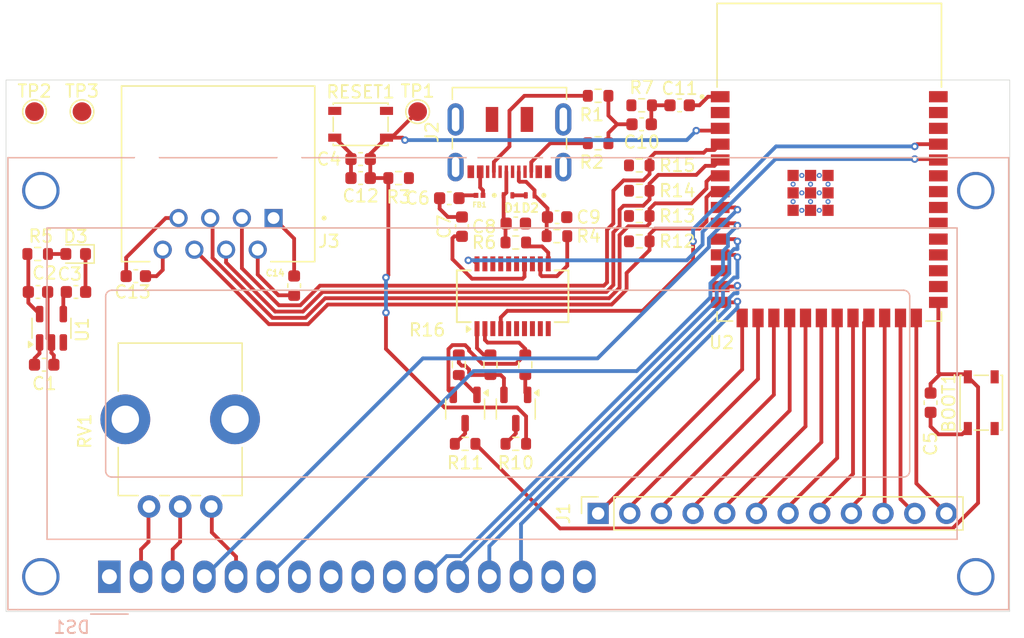
<source format=kicad_pcb>
(kicad_pcb (version 20240108) (generator "pcbnew") (generator_version "8.0")
  (layers (0 "F.Cu" signal) (1 "In1.Cu" signal) (2 "In2.Cu" signal) (31 "B.Cu" signal) (34 "B.Paste" user) (35 "F.Paste" user) (36 "B.SilkS" user "B.Silkscreen") (37 "F.SilkS" user "F.Silkscreen") (38 "B.Mask" user) (39 "F.Mask" user) (44 "Edge.Cuts" user))
  (net 0 "")
  (net 1 "GND")
  (net 2 "+5V")
  (net 3 "+3.3V")
  (net 4 "Net-(U1-BP)")
  (net 5 "/CHIP_PU")
  (net 6 "/GPIO_0")
  (net 7 "Net-(U4-3V3OUT)")
  (net 8 "/USB_P")
  (net 9 "/USB_N")
  (net 10 "Net-(D3-A)")
  (net 11 "Net-(DS1-VO)")
  (net 12 "LCD_E")
  (net 13 "LCD_D6")
  (net 15 "LCD_RS")
  (net 17 "LCD_D7")
  (net 19 "Net-(FB1-Pad2)")
  (net 21 "LCD_D4")
  (net 22 "LCD_D5")
  (net 23 "ESP_3V3")
  (net 24 "/FTDI_UART_RX")
  (net 25 "Net-(J2-CC2)")
  (net 26 "Net-(J2-CC1)")
  (net 27 "Net-(Q1-Pad1)")
  (net 28 "Net-(Q2-Pad1)")
  (net 29 "Net-(Q1-Pad3)")
  (net 30 "Net-(Q2-Pad3)")
  (net 31 "DHT11_3_data")
  (net 32 "IO46")
  (net 33 "IO47")
  (net 34 "DHT11_2_data")
  (net 35 "IO9")
  (net 36 "IO48")
  (net 38 "IO12")
  (net 39 "IO10")
  (net 40 "DHT11_1_data")
  (net 41 "IO14")
  (net 42 "DHT11_4_data")
  (net 43 "IO3")
  (net 44 "/FDTI_UART_TX")
  (net 45 "/FTDI_RTS")
  (net 49 "/FTDI_DTR")
  (net 54 "Net-(U4-USBDP)")
  (net 55 "Net-(U4-USBDM)")
  (net 57 "IO8")
  (net 58 "IO11")
  (net 59 "IO13")
  (net 60 "IO21")
  (net 67 "Net-(Q1-Pad2)")
  (net 73 "IO45")
  (footprint "Resistor_SMD:R_0603_1608Metric" (layer "F.Cu") (at 20.574 38.1)
    (property "Reference" "R5")
    (property "Value" "1k")
  )
  (footprint "Resistor_SMD:R_0603_1608Metric" (layer "F.Cu") (at 56.896 46.99 -90)
    (property "Reference" "R16")
    (property "Value" "0")
  )
  (footprint "Capacitor_SMD:C_0603_1608Metric" (layer "F.Cu") (at 92.202 50.038 -90)
    (property "Reference" "C5")
    (property "Value" "0.1uF")
  )
  (footprint "Capacitor_SMD:C_0603_1608Metric" (layer "F.Cu") (at 41.148 40.64 -90)
    (property "Reference" "C14")
    (property "Value" "10uF")
  )
  (footprint "Button_Switch_SMD:SW_SPST_PTS810" (layer "F.Cu") (at 46.482 27.686)
    (property "Reference" "RESET1")
    (property "Value" "~")
  )
  (footprint "LED_SMD:LED_0603_1608Metric" (layer "F.Cu") (at 23.622 38.1 180)
    (property "Reference" "D3")
    (property "Value" "LED")
  )
  (footprint "Capacitor_SMD:C_0603_1608Metric" (layer "F.Cu") (at 58.928 35.651)
    (property "Reference" "C8")
    (property "Value" "47pF")
  )
  (footprint "Capacitor_SMD:C_0603_1608Metric" (layer "F.Cu") (at 23.6475 41.148)
    (property "Reference" "C3")
    (property "Value" "10uF")
  )
  (footprint "ESD321DPYR:TVS_ESD321DPYR" (layer "F.Cu") (at 60.081 33.391 180)
    (property "Reference" "D2")
    (property "Value" "ESD321DPYR")
  )
  (footprint "Resistor_SMD:R_0603_1608Metric" (layer "F.Cu") (at 68.834 35.052)
    (property "Reference" "R13")
    (property "Value" "5K")
  )
  (footprint "Package_SO:SSOP-20_3.9x8.7mm_P0.635mm" (layer "F.Cu") (at 58.674 41.493 90)
    (property "Reference" "U4" (hide yes))
    (property "Value" "FT231XS")
  )
  (footprint "Resistor_SMD:R_0603_1608Metric" (layer "F.Cu") (at 65.532 25.4)
    (property "Reference" "R1")
    (property "Value" "5.1K")
  )
  (footprint "Capacitor_SMD:C_0603_1608Metric" (layer "F.Cu") (at 69.025 27.686 180)
    (property "Reference" "C10")
    (property "Value" "0.1uF")
  )
  (footprint "Potentiometer_THT:Potentiometer_Bourns_PTV09A-1_Single_Vertical" (layer "F.Cu") (at 34.504 58.374 90)
    (property "Reference" "RV1")
    (property "Value" "R_Potentiometer_US")
  )
  (footprint "Connector_PinSocket_2.54mm:PinSocket_1x12_P2.54mm_Vertical" (layer "F.Cu") (at 65.532 58.928 90)
    (property "Reference" "J1")
    (property "Value" "Conn_01x12")
  )
  (footprint "TestPoint:TestPoint_Pad_D1.5mm" (layer "F.Cu") (at 20.32 26.67)
    (property "Reference" "TP2")
    (property "Value" "3V3_TP")
  )
  (footprint "Capacitor_SMD:C_0603_1608Metric" (layer "F.Cu") (at 46.482 32.004 180)
    (property "Reference" "C12")
    (property "Value" "1uF")
  )
  (footprint "Resistor_SMD:R_0603_1608Metric" (layer "F.Cu") (at 54.356 46.99 -90)
    (property "Reference" "R9" (hide yes))
    (property "Value" "10K")
  )
  (footprint "Resistor_SMD:R_0603_1608Metric" (layer "F.Cu") (at 69.025 26.162)
    (property "Reference" "R7")
    (property "Value" "0")
  )
  (footprint "Resistor_SMD:R_0603_1608Metric" (layer "F.Cu") (at 54.864 53.34)
    (property "Reference" "R11")
    (property "Value" "0")
  )
  (footprint "TestPoint:TestPoint_Pad_D1.5mm" (layer "F.Cu") (at 51.054 26.67)
    (property "Reference" "TP1")
    (property "Value" "CHIP_PU_TP")
  )
  (footprint "Package_TO_SOT_SMD:SOT-23-5" (layer "F.Cu") (at 21.6815 44.0635 90)
    (property "Reference" "U1")
    (property "Value" "LP2985-3.3")
  )
  (footprint "Resistor_SMD:R_0603_1608Metric" (layer "F.Cu") (at 59.69 46.99 -90)
    (property "Reference" "R8" (hide yes))
    (property "Value" "10K")
  )
  (footprint "Resistor_SMD:R_0603_1608Metric" (layer "F.Cu") (at 68.834 30.988)
    (property "Reference" "R15")
    (property "Value" "5K")
  )
  (footprint "Package_TO_SOT_SMD:SOT-23-3" (layer "F.Cu") (at 54.864 50.546 -90)
    (property "Reference" "Q2" (hide yes))
    (property "Value" "L8050QLT1G")
  )
  (footprint "Capacitor_SMD:C_0603_1608Metric" (layer "F.Cu") (at 20.5995 41.148)
    (property "Reference" "C2")
    (property "Value" "1uF")
  )
  (footprint "TestPoint:TestPoint_Pad_D1.5mm" (layer "F.Cu") (at 24.13 26.67)
    (property "Reference" "TP3")
    (property "Value" "USB_5V_TP")
  )
  (footprint "Capacitor_SMD:C_0603_1608Metric" (layer "F.Cu") (at 46.482 30.48 180)
    (property "Reference" "C4")
    (property "Value" "0.1uF")
  )
  (footprint "Resistor_SMD:R_0603_1608Metric" (layer "F.Cu") (at 58.928 37.175 180)
    (property "Reference" "R6")
    (property "Value" "47")
  )
  (footprint "ESP32-S3-WROOM-1-N8:XCVR_ESP32-S3-WROOM-1-N8" (layer "F.Cu") (at 84.074 30.734)
    (property "Reference" "U2")
    (property "Value" "ESP32-S3-WROOM-1-N8")
  )
  (footprint "Capacitor_SMD:C_0603_1608Metric" (layer "F.Cu") (at 21.0945 46.99)
    (property "Reference" "C1")
    (property "Value" "1uF")
  )
  (footprint "Resistor_SMD:R_0603_1608Metric" (layer "F.Cu") (at 68.834 37.084)
    (property "Reference" "R12")
    (property "Value" "5K")
  )
  (footprint "Capacitor_SMD:C_0603_1608Metric" (layer "F.Cu") (at 72.073 26.162)
    (property "Reference" "C11")
    (property "Value" "10uF")
  )
  (footprint "Capacitor_SMD:C_0603_1608Metric" (layer "F.Cu") (at 54.61 35.905 90)
    (property "Reference" "C7")
    (property "Value" "100nF")
  )
  (footprint "Capacitor_SMD:C_0603_1608Metric" (layer "F.Cu") (at 28.448 39.878)
    (property "Reference" "C13")
    (property "Value" "10uF")
  )
  (footprint "RJE88:AMPHENOL_RJE881880100" (layer "F.Cu") (at 35.052 30.734 180)
    (property "Reference" "J3")
    (property "Value" "RJ45")
  )
  (footprint "Resistor_SMD:R_0603_1608Metric" (layer "F.Cu") (at 49.53 32.004 180)
    (property "Reference" "R3")
    (property "Value" "10K")
  )
  (footprint "FerriteBead:BEADC0603X33N" (layer "F.Cu") (at 56.017 33.391)
    (property "Reference" "FB1")
    (property "Value" "FerriteBead")
  )
  (footprint "ESD321DPYR:TVS_ESD321DPYR" (layer "F.Cu") (at 58.303 33.391)
    (property "Reference" "D1")
    (property "Value" "ESD321DPYR")
  )
  (footprint "Resistor_SMD:R_0603_1608Metric" (layer "F.Cu") (at 62.23 36.667)
    (property "Reference" "R4")
    (property "Value" "47")
  )
  (footprint "Button_Switch_SMD:SW_SPST_PTS810" (layer "F.Cu") (at 96.266 50.038 90)
    (property "Reference" "BOOT1")
    (property "Value" "~")
  )
  (footprint "Package_TO_SOT_SMD:SOT-23-3" (layer "F.Cu") (at 58.928 50.546 -90)
    (property "Reference" "Q1" (hide yes))
    (property "Value" "L8050QLT1G")
  )
  (footprint "Capacitor_SMD:C_0603_1608Metric" (layer "F.Cu") (at 62.243 35.143)
    (property "Reference" "C9")
    (property "Value" "47pF")
  )
  (footprint "Resistor_SMD:R_0603_1608Metric" (layer "F.Cu") (at 68.834 33.02)
    (property "Reference" "R14")
    (property "Value" "5K")
  )
  (footprint "Capacitor_SMD:C_0603_1608Metric" (layer "F.Cu") (at 53.594 33.619 180)
    (property "Reference" "C6")
    (property "Value" "10nF")
  )
  (footprint "Resistor_SMD:R_0603_1608Metric" (layer "F.Cu") (at 58.928 53.34)
    (property "Reference" "R10")
    (property "Value" "0")
  )
  (footprint "Connector_USB:USB_C_Receptacle_JAE_DX07S016JA1R1500" (layer "F.Cu") (at 58.42 28.448 180)
    (property "Reference" "J2")
    (property "Value" "USB_C_Receptacle_USB2.0_16P")
  )
  (footprint "Resistor_SMD:R_0603_1608Metric" (layer "F.Cu") (at 65.532 29.21)
    (property "Reference" "R2")
    (property "Value" "5.1K")
  )
  (footprint "Display:WC1602A" (layer "B.Cu") (at 26.3271 64.008)
    (property "Reference" "DS1")
    (property "Value" "WC1602A")
  )
  (gr_rect (start 18.034 24.13) (end 98.552 66.802) (stroke (width 0.05)) (fill none) (layer "Edge.Cuts"))
  (segment (start 66.357 26.987) (end 67.056 27.686) (width 0.3048) (layer "F.Cu") (net 1))
  (segment (start 21.8695 46.228) (end 21.8695 46.99) (width 0.3048) (layer "F.Cu") (net 1))
  (segment (start 41.148 41.415) (end 39.891 41.415) (width 0.3048) (layer "F.Cu") (net 1))
  (segment (start 73.66 26.162) (end 74.348 25.474) (width 0.3048) (layer "F.Cu") (net 1))
  (segment (start 94.726 52.578) (end 92.837 52.578) (width 0.3048) (layer "F.Cu") (net 1))
  (segment (start 34.544 60.452) (end 34.544 58.414) (width 0.3048) (layer "F.Cu") (net 1))
  (segment (start 24.4225 40.894) (end 24.4095 40.881) (width 0.3048) (layer "F.Cu") (net 1))
  (segment (start 36.4871 62.3951) (end 34.544 60.452) (width 0.3048) (layer "F.Cu") (net 1))
  (segment (start 54.61 35.13) (end 53.483 35.13) (width 0.3048) (layer "F.Cu") (net 1))
  (segment (start 21.3745 41.148) (end 21.3745 44.894) (width 0.3048) (layer "F.Cu") (net 1))
  (segment (start 21.3745 44.894) (end 21.6815 45.201) (width 0.3048) (layer "F.Cu") (net 1))
  (segment (start 66.357 28.385) (end 67.056 27.686) (width 0.3048) (layer "F.Cu") (net 1))
  (segment (start 24.4095 40.881) (end 24.4095 38.1) (width 0.3048) (layer "F.Cu") (net 1))
  (segment (start 34.544 58.414) (end 34.504 58.374) (width 0.3048) (layer "F.Cu") (net 1))
  (segment (start 44.407 28.761) (end 45.707 30.061) (width 0.3048) (layer "F.Cu") (net 1))
  (segment (start 74.348 25.474) (end 75.324 25.474) (width 0.3048) (layer "F.Cu") (net 1))
  (segment (start 67.056 27.686) (end 68.25 27.686) (width 0.3048) (layer "F.Cu") (net 1))
  (segment (start 21.6685 46.027) (end 21.6815 46.014) (width 0.3048) (layer "F.Cu") (net 1))
  (segment (start 52.819 34.466) (end 52.819 33.619) (width 0.3048) (layer "F.Cu") (net 1))
  (segment (start 92.837 52.578) (end 92.202 51.943) (width 0.3048) (layer "F.Cu") (net 1))
  (segment (start 30.607 37.754) (end 30.607 39.3765) (width 0.3048) (layer "F.Cu") (net 1))
  (segment (start 36.4871 64.008) (end 36.4871 62.3951) (width 0.3048) (layer "F.Cu") (net 1))
  (segment (start 72.848 26.162) (end 73.66 26.162) (width 0.3048) (layer "F.Cu") (net 1))
  (segment (start 66.357 25.4) (end 66.357 26.987) (width 0.3048) (layer "F.Cu") (net 1))
  (segment (start 24.4225 41.148) (end 24.4225 40.894) (width 0.3048) (layer "F.Cu") (net 1))
  (segment (start 66.357 29.21) (end 66.357 28.385) (width 0.3048) (layer "F.Cu") (net 1))
  (segment (start 45.707 30.48) (end 45.707 32.004) (width 0.3048) (layer "F.Cu") (net 1))
  (segment (start 95.191 52.113) (end 94.726 52.578) (width 0.3048) (layer "F.Cu") (net 1))
  (segment (start 39.891 41.415) (end 38.227 39.751) (width 0.3048) (layer "F.Cu") (net 1))
  (segment (start 30.607 39.3765) (end 30.1055 39.878) (width 0.3048) (layer "F.Cu") (net 1))
  (segment (start 38.227 39.751) (end 38.227 37.754) (width 0.3048) (layer "F.Cu") (net 1))
  (segment (start 21.6815 46.014) (end 21.6815 45.201) (width 0.3048) (layer "F.Cu") (net 1))
  (segment (start 30.1055 39.878) (end 29.223 39.878) (width 0.3048) (layer "F.Cu") (net 1))
  (segment (start 21.6685 46.027) (end 21.8695 46.228) (width 0.3048) (layer "F.Cu") (net 1))
  (segment (start 45.707 30.061) (end 45.707 30.48) (width 0.3048) (layer "F.Cu") (net 1))
  (segment (start 92.202 51.943) (end 92.202 50.813) (width 0.3048) (layer "F.Cu") (net 1))
  (segment (start 59.731 33.391) (end 58.653 33.391) (width 0.3048) (layer "F.Cu") (net 1))
  (segment (start 53.483 35.13) (end 52.819 34.466) (width 0.3048) (layer "F.Cu") (net 1))
  (segment (start 30.846039 35.214) (end 31.877 35.214) (width 0.3048) (layer "F.Cu") (net 2))
  (segment (start 27.673 38.387039) (end 30.846039 35.214) (width 0.3048) (layer "F.Cu") (net 2))
  (segment (start 41.148 36.865) (end 39.497 35.214) (width 0.3048) (layer "F.Cu") (net 2))
  (segment (start 29.464 61.214) (end 29.464 58.414) (width 0.3048) (layer "F.Cu") (net 2))
  (segment (start 55.736 33.391) (end 54.597 33.391) (width 0.3048) (layer "F.Cu") (net 2))
  (segment (start 28.8671 64.008) (end 28.8671 61.8109) (width 0.3048) (layer "F.Cu") (net 2))
  (segment (start 29.464 58.414) (end 29.504 58.374) (width 0.3048) (layer "F.Cu") (net 2))
  (segment (start 20.7185 46.083) (end 20.7185 45.214) (width 0.3048) (layer "F.Cu") (net 2))
  (segment (start 20.3195 46.482) (end 20.3195 46.99) (width 0.3048) (layer "F.Cu") (net 2))
  (segment (start 27.673 39.878) (end 27.673 38.387039) (width 0.3048) (layer "F.Cu") (net 2))
  (segment (start 20.7185 46.083) (end 20.3195 46.482) (width 0.3048) (layer "F.Cu") (net 2))
  (segment (start 28.8671 61.8109) (end 29.464 61.214) (width 0.3048) (layer "F.Cu") (net 2))
  (segment (start 41.148 39.865) (end 41.148 36.865) (width 0.3048) (layer "F.Cu") (net 2))
  (segment (start 54.597 33.391) (end 54.369 33.619) (width 0.3048) (layer "F.Cu") (net 2))
  (segment (start 19.8245 41.148) (end 19.8245 38.1755) (width 0.3048) (layer "F.Cu") (net 3))
  (segment (start 19.8245 38.1755) (end 19.749 38.1) (width 0.3048) (layer "F.Cu") (net 3))
  (segment (start 71.298 26.162) (end 69.85 26.162) (width 0.3048) (layer "F.Cu") (net 3))
  (segment (start 69.8 27.686) (end 69.8 26.212) (width 0.3048) (layer "F.Cu") (net 3))
  (segment (start 19.8245 41.148) (end 19.8245 42.019) (width 0.3048) (layer "F.Cu") (net 3))
  (segment (start 69.8 26.212) (end 69.85 26.162) (width 0.3048) (layer "F.Cu") (net 3))
  (segment (start 19.8245 42.019) (end 20.7315 42.926) (width 0.3048) (layer "F.Cu") (net 3))
  (segment (start 22.6315 41.389) (end 22.8725 41.148) (width 0.3048) (layer "F.Cu") (net 4))
  (segment (start 22.6315 42.926) (end 22.6315 41.389) (width 0.3048) (layer "F.Cu") (net 4))
  (segment (start 47.257 30.061) (end 48.557 28.761) (width 0.3048) (layer "F.Cu") (net 5))
  (segment (start 48.705 39.7966) (end 48.705 32.004) (width 0.3048) (layer "F.Cu") (net 5))
  (segment (start 48.514 39.9876) (end 48.705 39.7966) (width 0.3048) (layer "F.Cu") (net 5))
  (segment (start 48.557 28.761) (end 49.843 28.761) (width 0.3048) (layer "F.Cu") (net 5))
  (segment (start 47.257 30.48) (end 47.257 30.061) (width 0.3048) (layer "F.Cu") (net 5))
  (segment (start 48.557 28.761) (end 48.963 28.761) (width 0.3048) (layer "F.Cu") (net 5))
  (segment (start 73.406 28.194) (end 75.144 28.194) (width 0.3048) (layer "F.Cu") (net 5))
  (segment (start 48.514 45.72) (end 48.514 42.81) (width 0.3048) (layer "F.Cu") (net 5))
  (segment (start 53.2174 50.4234) (end 48.514 45.72) (width 0.3048) (layer "F.Cu") (net 5))
  (segment (start 59.753 53.34) (end 59.753 51.131342) (width 0.3048) (layer "F.Cu") (net 5))
  (segment (start 59.045058 50.4234) (end 53.2174 50.4234) (width 0.3048) (layer "F.Cu") (net 5))
  (segment (start 75.144 28.194) (end 75.324 28.014) (width 0.3048) (layer "F.Cu") (net 5))
  (segment (start 49.843 28.761) (end 50.038 28.956) (width 0.3048) (layer "F.Cu") (net 5))
  (segment (start 59.753 51.131342) (end 59.045058 50.4234) (width 0.3048) (layer "F.Cu") (net 5))
  (segment (start 48.963 28.761) (end 51.054 26.67) (width 0.3048) (layer "F.Cu") (net 5))
  (segment (start 48.705 32.004) (end 47.257 32.004) (width 0.3048) (layer "F.Cu") (net 5))
  (segment (start 47.257 30.48) (end 47.257 32.004) (width 0.3048) (layer "F.Cu") (net 5))
  (via (at 48.514 39.9876) (size 0.6) (drill 0.3) (layers "F.Cu" "B.Cu") (net 5))
  (via (at 73.406 28.194) (size 0.6) (drill 0.3) (layers "F.Cu" "B.Cu") (net 5))
  (via (at 50.038 28.956) (size 0.6) (drill 0.3) (layers "F.Cu" "B.Cu") (net 5))
  (via (at 48.514 42.81) (size 0.6) (drill 0.3) (layers "F.Cu" "B.Cu") (net 5))
  (segment (start 50.038 28.956) (end 72.644 28.956) (width 0.3048) (layer "B.Cu") (net 5))
  (segment (start 48.514 42.81) (end 48.514 39.9876) (width 0.3048) (layer "B.Cu") (net 5))
  (segment (start 72.644 28.956) (end 73.406 28.194) (width 0.3048) (layer "B.Cu") (net 5))
  (segment (start 55.689 53.34) (end 62.4794 60.1304) (width 0.3048) (layer "F.Cu") (net 6))
  (segment (start 96.012 48.784) (end 95.191 47.963) (width 0.3048) (layer "F.Cu") (net 6))
  (segment (start 94.98 47.752) (end 92.964 47.752) (width 0.3048) (layer "F.Cu") (net 6))
  (segment (start 92.824 41.984) (end 92.824 47.612) (width 0.3048) (layer "F.Cu") (net 6))
  (segment (start 92.824 47.612) (end 92.964 47.752) (width 0.3048) (layer "F.Cu") (net 6))
  (segment (start 96.012 58.088451) (end 96.012 48.784) (width 0.3048) (layer "F.Cu") (net 6))
  (segment (start 92.202 48.514) (end 92.202 49.263) (width 0.3048) (layer "F.Cu") (net 6))
  (segment (start 92.964 47.752) (end 92.202 48.514) (width 0.3048) (layer "F.Cu") (net 6))
  (segment (start 93.970051 60.1304) (end 96.012 58.088451) (width 0.3048) (layer "F.Cu") (net 6))
  (segment (start 62.4794 60.1304) (end 93.970051 60.1304) (width 0.3048) (layer "F.Cu") (net 6))
  (segment (start 55.415465 40.082098) (end 59.472402 40.082098) (width 0.3048) (layer "F.Cu") (net 7))
  (segment (start 59.6265 39.928) (end 59.6265 38.893) (width 0.3048) (layer "F.Cu") (net 7))
  (segment (start 53.848 36.83) (end 53.848 38.514633) (width 0.3048) (layer "F.Cu") (net 7))
  (segment (start 54.61 36.68) (end 53.998 36.68) (width 0.3048) (layer "F.Cu") (net 7))
  (segment (start 59.472402 40.082098) (end 59.6265 39.928) (width 0.3048) (layer "F.Cu") (net 7))
  (segment (start 53.998 36.68) (end 53.848 36.83) (width 0.3048) (layer "F.Cu") (net 7))
  (segment (start 53.848 38.514633) (end 55.415465 40.082098) (width 0.3048) (layer "F.Cu") (net 7))
  (segment (start 57.953 35.451) (end 58.153 35.651) (width 0.3048) (layer "F.Cu") (net 8))
  (segment (start 58.17 33.174) (end 58.17 31.498) (width 0.3048) (layer "F.Cu") (net 8))
  (segment (start 58.103 35.701) (end 58.153 35.651) (width 0.3048) (layer "F.Cu") (net 8))
  (segment (start 58.103 37.175) (end 58.103 35.701) (width 0.3048) (layer "F.Cu") (net 8))
  (segment (start 57.953 33.391) (end 58.17 33.174) (width 0.3048) (layer "F.Cu") (net 8))
  (segment (start 57.953 33.391) (end 57.953 35.451) (width 0.3048) (layer "F.Cu") (net 8))
  (segment (start 59.17 32.233) (end 59.17 31.498) (width 0.3048) (layer "F.Cu") (net 9))
  (segment (start 61.405 35.206) (end 61.468 35.143) (width 0.3048) (layer "F.Cu") (net 9))
  (segment (start 61.468 35.143) (end 61.468 34.428) (width 0.3048) (layer "F.Cu") (net 9))
  (segment (start 59.75 32.298) (end 59.235 32.298) (width 0.3048) (layer "F.Cu") (net 9))
  (segment (start 61.405 36.667) (end 61.405 35.206) (width 0.3048) (layer "F.Cu") (net 9))
  (segment (start 59.235 32.298) (end 59.17 32.233) (width 0.3048) (layer "F.Cu") (net 9))
  (segment (start 60.431 32.979) (end 59.75 32.298) (width 0.3048) (layer "F.Cu") (net 9))
  (segment (start 60.431 33.391) (end 60.431 32.979) (width 0.3048) (layer "F.Cu") (net 9))
  (segment (start 61.468 34.428) (end 60.431 33.391) (width 0.3048) (layer "F.Cu") (net 9))
  (segment (start 22.8345 38.1) (end 21.399 38.1) (width 0.3048) (layer "F.Cu") (net 10))
  (segment (start 31.4071 61.8109) (end 32.004 61.214) (width 0.3048) (layer "F.Cu") (net 11))
  (segment (start 32.004 61.214) (end 32.004 58.374) (width 0.3048) (layer "F.Cu") (net 11))
  (segment (start 31.4071 64.008) (end 31.4071 61.8109) (width 0.3048) (layer "F.Cu") (net 11))
  (segment (start 75.324 35.634) (end 76.528 35.634) (width 0.3048) (layer "F.Cu") (net 12))
  (segment (start 76.528 35.634) (end 76.708 35.814) (width 0.3048) (layer "F.Cu") (net 12))
  (via (at 76.708 35.814) (size 0.6) (drill 0.3) (layers "F.Cu" "B.Cu") (net 12))
  (segment (start 75.5508 39.446775) (end 74.5412 40.456375) (width 0.3048) (layer "B.Cu") (net 12))
  (segment (start 75.5508 37.874671) (end 75.5508 39.446775) (width 0.3048) (layer "B.Cu") (net 12))
  (segment (start 74.5412 41.584904) (end 68.628104 47.498) (width 0.3048) (layer "B.Cu") (net 12))
  (segment (start 76.708 35.814) (end 75.946 36.576) (width 0.3048) (layer "B.Cu") (net 12))
  (segment (start 68.628104 47.498) (end 55.5371 47.498) (width 0.3048) (layer "B.Cu") (net 12))
  (segment (start 55.5371 47.498) (end 39.0271 64.008) (width 0.3048) (layer "B.Cu") (net 12))
  (segment (start 75.946 37.479471) (end 75.5508 37.874671) (width 0.3048) (layer "B.Cu") (net 12))
  (segment (start 75.946 36.576) (end 75.946 37.479471) (width 0.3048) (layer "B.Cu") (net 12))
  (segment (start 74.5412 40.456375) (end 74.5412 41.584904) (width 0.3048) (layer "B.Cu") (net 12))
  (segment (start 75.324 40.714) (end 76.634 40.714) (width 0.3048) (layer "F.Cu") (net 13))
  (segment (start 76.634 40.714) (end 76.708 40.64) (width 0.3048) (layer "F.Cu") (net 13))
  (via (at 76.708 40.64) (size 0.6) (drill 0.3) (layers "F.Cu" "B.Cu") (net 13))
  (segment (start 76.437767 41.2576) (end 76.0556 41.639767) (width 0.3048) (layer "B.Cu") (net 13))
  (segment (start 76.708 41.2576) (end 76.437767 41.2576) (width 0.3048) (layer "B.Cu") (net 13))
  (segment (start 76.708 40.64) (end 76.708 41.2576) (width 0.3048) (layer "B.Cu") (net 13))
  (segment (start 56.8071 61.5569) (end 56.8071 64.008) (width 0.3048) (layer "B.Cu") (net 13))
  (segment (start 76.0556 41.639767) (end 76.0556 42.3084) (width 0.3048) (layer "B.Cu") (net 13))
  (segment (start 76.0556 42.3084) (end 56.8071 61.5569) (width 0.3048) (layer "B.Cu") (net 13))
  (segment (start 76.528 34.364) (end 76.708 34.544) (width 0.3048) (layer "F.Cu") (net 15))
  (segment (start 75.324 34.364) (end 76.528 34.364) (width 0.3048) (layer "F.Cu") (net 15))
  (via (at 76.708 34.544) (size 0.6) (drill 0.3) (layers "F.Cu" "B.Cu") (net 15))
  (segment (start 74.4188 37.547096) (end 65.483896 46.482) (width 0.3048) (layer "B.Cu") (net 15))
  (segment (start 51.4731 46.482) (end 33.9471 64.008) (width 0.3048) (layer "B.Cu") (net 15))
  (segment (start 74.4188 36.8332) (end 74.4188 37.547096) (width 0.3048) (layer "B.Cu") (net 15))
  (segment (start 76.708 34.544) (end 74.4188 36.8332) (width 0.3048) (layer "B.Cu") (net 15))
  (segment (start 65.483896 46.482) (end 51.4731 46.482) (width 0.3048) (layer "B.Cu") (net 15))
  (segment (start 75.324 41.984) (end 76.634 41.984) (width 0.3048) (layer "F.Cu") (net 17))
  (segment (start 76.634 41.984) (end 76.708 41.91) (width 0.3048) (layer "F.Cu") (net 17))
  (via (at 76.708 41.91) (size 0.6) (drill 0.3) (layers "F.Cu" "B.Cu") (net 17))
  (segment (start 59.3471 59.7789) (end 76.708 42.418) (width 0.3048) (layer "B.Cu") (net 17))
  (segment (start 59.3471 64.008) (end 59.3471 59.7789) (width 0.3048) (layer "B.Cu") (net 17))
  (segment (start 76.708 42.418) (end 76.708 41.91) (width 0.3048) (layer "B.Cu") (net 17))
  (segment (start 56.298 32.991) (end 56.07 32.763) (width 0.3048) (layer "F.Cu") (net 19))
  (segment (start 56.07 32.763) (end 56.07 31.498) (width 0.3048) (layer "F.Cu") (net 19))
  (segment (start 56.298 33.391) (end 56.298 32.991) (width 0.3048) (layer "F.Cu") (net 19))
  (segment (start 76.528 36.904) (end 76.708 37.084) (width 0.3048) (layer "F.Cu") (net 21))
  (segment (start 75.324 36.904) (end 76.528 36.904) (width 0.3048) (layer "F.Cu") (net 21))
  (via (at 76.708 37.084) (size 0.6) (drill 0.3) (layers "F.Cu" "B.Cu") (net 21))
  (segment (start 75.046 41.794) (end 54.4844 62.3556) (width 0.3048) (layer "B.Cu") (net 21))
  (segment (start 53.3795 62.3556) (end 51.7271 64.008) (width 0.3048) (layer "B.Cu") (net 21))
  (segment (start 75.046 40.665471) (end 75.046 41.794) (width 0.3048) (layer "B.Cu") (net 21))
  (segment (start 76.708 37.084) (end 76.708 37.7016) (width 0.3048) (layer "B.Cu") (net 21))
  (segment (start 54.4844 62.3556) (end 53.3795 62.3556) (width 0.3048) (layer "B.Cu") (net 21))
  (segment (start 76.708 37.7016) (end 76.437767 37.7016) (width 0.3048) (layer "B.Cu") (net 21))
  (segment (start 76.437767 37.7016) (end 76.0556 38.083767) (width 0.3048) (layer "B.Cu") (net 21))
  (segment (start 76.0556 39.655871) (end 75.046 40.665471) (width 0.3048) (layer "B.Cu") (net 21))
  (segment (start 76.0556 38.083767) (end 76.0556 39.655871) (width 0.3048) (layer "B.Cu") (net 21))
  (segment (start 76.528 38.174) (end 76.708 38.354) (width 0.3048) (layer "F.Cu") (net 22))
  (segment (start 75.324 38.174) (end 76.528 38.174) (width 0.3048) (layer "F.Cu") (net 22))
  (via (at 76.708 38.354) (size 0.6) (drill 0.3) (layers "F.Cu" "B.Cu") (net 22))
  (segment (start 54.2671 63.3349) (end 54.2671 64.008) (width 0.3048) (layer "B.Cu") (net 22))
  (segment (start 75.5508 40.874567) (end 75.5508 42.0512) (width 0.3048) (layer "B.Cu") (net 22))
  (segment (start 76.708 38.354) (end 76.708 39.9876) (width 0.3048) (layer "B.Cu") (net 22))
  (segment (start 76.708 39.9876) (end 76.437767 39.9876) (width 0.3048) (layer "B.Cu") (net 22))
  (segment (start 76.437767 39.9876) (end 75.5508 40.874567) (width 0.3048) (layer "B.Cu") (net 22))
  (segment (start 75.5508 42.0512) (end 54.2671 63.3349) (width 0.3048) (layer "B.Cu") (net 22))
  (segment (start 91.112 29.284) (end 90.932 29.464) (width 0.3048) (layer "F.Cu") (net 24))
  (segment (start 57.7215 43.1882) (end 57.7215 44.093) (width 0.3048) (layer "F.Cu") (net 24))
  (segment (start 73.152 37.084) (end 73.152 38.608) (width 0.3048) (layer "F.Cu") (net 24))
  (segment (start 58.2473 42.6624) (end 57.7215 43.1882) (width 0.3048) (layer "F.Cu") (net 24))
  (segment (start 73.152 38.608) (end 69.0976 42.6624) (width 0.3048) (layer "F.Cu") (net 24))
  (segment (start 69.0976 42.6624) (end 58.2473 42.6624) (width 0.3048) (layer "F.Cu") (net 24))
  (segment (start 92.824 29.284) (end 91.112 29.284) (width 0.3048) (layer "F.Cu") (net 24))
  (via (at 73.152 37.084) (size 0.6) (drill 0.3) (layers "F.Cu" "B.Cu") (net 24))
  (via (at 90.932 29.464) (size 0.6) (drill 0.3) (layers "F.Cu" "B.Cu") (net 24))
  (segment (start 73.152 37.084) (end 73.152 36.114683) (width 0.3048) (layer "B.Cu") (net 24))
  (segment (start 73.152 36.114683) (end 79.802683 29.464) (width 0.3048) (layer "B.Cu") (net 24))
  (segment (start 79.802683 29.464) (end 90.932 29.464) (width 0.3048) (layer "B.Cu") (net 24))
  (segment (start 58.42 29.464) (end 57.17 30.714) (width 0.3048) (layer "F.Cu") (net 25))
  (segment (start 58.42 26.598) (end 58.42 29.464) (width 0.3048) (layer "F.Cu") (net 25))
  (segment (start 64.707 25.4) (end 59.618 25.4) (width 0.3048) (layer "F.Cu") (net 25))
  (segment (start 57.17 30.714) (end 57.17 31.498) (width 0.3048) (layer "F.Cu") (net 25))
  (segment (start 59.618 25.4) (end 58.42 26.598) (width 0.3048) (layer "F.Cu") (net 25))
  (segment (start 61.688761 29.21) (end 60.17 30.728761) (width 0.3048) (layer "F.Cu") (net 26))
  (segment (start 60.17 30.728761) (end 60.17 31.498) (width 0.3048) (layer "F.Cu") (net 26))
  (segment (start 64.707 29.21) (end 61.688761 29.21) (width 0.3048) (layer "F.Cu") (net 26))
  (segment (start 59.69 49.2205) (end 59.878 49.4085) (width 0.3048) (layer "F.Cu") (net 27))
  (segment (start 59.69 47.815) (end 59.69 49.2205) (width 0.3048) (layer "F.Cu") (net 27))
  (segment (start 54.356 47.815) (end 54.356 47.9505) (width 0.3048) (layer "F.Cu") (net 28))
  (segment (start 54.356 47.9505) (end 55.814 49.4085) (width 0.3048) (layer "F.Cu") (net 28))
  (segment (start 58.928 51.6835) (end 58.928 52.515) (width 0.3048) (layer "F.Cu") (net 29))
  (segment (start 58.928 52.515) (end 58.103 53.34) (width 0.3048) (layer "F.Cu") (net 29))
  (segment (start 54.864 51.6835) (end 54.864 52.515) (width 0.3048) (layer "F.Cu") (net 30))
  (segment (start 54.864 52.515) (end 54.039 53.34) (width 0.3048) (layer "F.Cu") (net 30))
  (segment (start 67.2566 40.804192) (end 66.407992 41.6528) (width 0.3048) (layer "F.Cu") (net 31))
  (segment (start 74.6892 31.824) (end 75.324 31.824) (width 0.3048) (layer "F.Cu") (net 31))
  (segment (start 69.659 35.052) (end 69.659 35.6555) (width 0.3048) (layer "F.Cu") (net 31))
  (segment (start 73.033305 34.036) (end 74.2216 32.847705) (width 0.3048) (layer "F.Cu") (net 31))
  (segment (start 67.951846 35.8794) (end 67.2566 36.574646) (width 0.3048) (layer "F.Cu") (net 31))
  (segment (start 74.2216 32.847705) (end 74.2216 32.2916) (width 0.3048) (layer "F.Cu") (net 31))
  (segment (start 69.659 35.052) (end 69.659 34.481) (width 0.3048) (layer "F.Cu") (net 31))
  (segment (start 69.659 35.6555) (end 69.4351 35.8794) (width 0.3048) (layer "F.Cu") (net 31))
  (segment (start 69.659 34.481) (end 70.104 34.036) (width 0.3048) (layer "F.Cu") (net 31))
  (segment (start 74.2216 32.2916) (end 74.6892 31.824) (width 0.3048) (layer "F.Cu") (net 31))
  (segment (start 39.415143 43.227) (end 34.6056 38.417457) (width 0.3048) (layer "F.Cu") (net 31))
  (segment (start 34.6056 38.417457) (end 34.6056 35.0254) (width 0.3048) (layer "F.Cu") (net 31))
  (segment (start 67.2566 36.574646) (end 67.2566 40.804192) (width 0.3048) (layer "F.Cu") (net 31))
  (segment (start 70.104 34.036) (end 73.033305 34.036) (width 0.3048) (layer "F.Cu") (net 31))
  (segment (start 66.407992 41.6528) (end 43.635794 41.6528) (width 0.3048) (layer "F.Cu") (net 31))
  (segment (start 69.4351 35.8794) (end 67.951846 35.8794) (width 0.3048) (layer "F.Cu") (net 31))
  (segment (start 34.6056 35.0254) (end 34.417 35.214) (width 0.3048) (layer "F.Cu") (net 31))
  (segment (start 42.061594 43.227) (end 39.415143 43.227) (width 0.3048) (layer "F.Cu") (net 31))
  (segment (start 43.635794 41.6528) (end 42.061594 43.227) (width 0.3048) (layer "F.Cu") (net 31))
  (segment (start 78.359 43.234) (end 78.359 48.133) (width 0.3048) (layer "F.Cu") (net 32))
  (segment (start 78.359 48.133) (end 67.818 58.674) (width 0.3048) (layer "F.Cu") (net 32))
  (segment (start 88.519 58.801) (end 88.392 58.928) (width 0.3048) (layer "F.Cu") (net 33))
  (segment (start 88.519 43.234) (end 88.519 58.801) (width 0.3048) (layer "F.Cu") (net 33))
  (segment (start 69.1534 34.2246) (end 69.659 33.719) (width 0.3048) (layer "F.Cu") (net 34))
  (segment (start 39.624239 42.7222) (end 41.852498 42.7222) (width 0.3048) (layer "F.Cu") (net 34))
  (segment (start 67.2566 34.542646) (end 67.574646 34.2246) (width 0.3048) (layer "F.Cu") (net 34))
  (segment (start 69.659 33.719) (end 69.659 33.02) (width 0.3048) (layer "F.Cu") (net 34))
  (segment (start 67.574646 34.2246) (end 69.1534 34.2246) (width 0.3048) (layer "F.Cu") (net 34))
  (segment (start 67.2566 35.86075) (end 67.2566 34.542646) (width 0.3048) (layer "F.Cu") (net 34))
  (segment (start 74.8564 31.0216) (end 75.324 30.554) (width 0.3048) (layer "F.Cu") (net 34))
  (segment (start 74.1344 31.0216) (end 74.8564 31.0216) (width 0.3048) (layer "F.Cu") (net 34))
  (segment (start 69.659 33.02) (end 69.659 32.449) (width 0.3048) (layer "F.Cu") (net 34))
  (segment (start 70.358 31.75) (end 73.406 31.75) (width 0.3048) (layer "F.Cu") (net 34))
  (segment (start 66.7518 40.595096) (end 66.7518 36.36555) (width 0.3048) (layer "F.Cu") (net 34))
  (segment (start 73.406 31.75) (end 74.1344 31.0216) (width 0.3048) (layer "F.Cu") (net 34))
  (segment (start 66.7518 36.36555) (end 67.2566 35.86075) (width 0.3048) (layer "F.Cu") (net 34))
  (segment (start 69.659 32.449) (end 70.358 31.75) (width 0.3048) (layer "F.Cu") (net 34))
  (segment (start 41.852498 42.7222) (end 43.426698 41.148) (width 0.3048) (layer "F.Cu") (net 34))
  (segment (start 66.198896 41.148) (end 66.7518 40.595096) (width 0.3048) (layer "F.Cu") (net 34))
  (segment (start 43.426698 41.148) (end 66.198896 41.148) (width 0.3048) (layer "F.Cu") (net 34))
  (segment (start 35.687 38.784961) (end 39.624239 42.7222) (width 0.3048) (layer "F.Cu") (net 34))
  (segment (start 35.687 37.754) (end 35.687 38.784961) (width 0.3048) (layer "F.Cu") (net 34))
  (segment (start 70.358 58.674) (end 79.629 49.403) (width 0.3048) (layer "F.Cu") (net 35))
  (segment (start 79.629 49.403) (end 79.629 43.234) (width 0.3048) (layer "F.Cu") (net 35))
  (segment (start 89.789 57.785) (end 90.932 58.928) (width 0.3048) (layer "F.Cu") (net 36))
  (segment (start 89.789 43.234) (end 89.789 57.785) (width 0.3048) (layer "F.Cu") (net 36))
  (segment (start 83.439 53.213) (end 83.439 43.234) (width 0.3048) (layer "F.Cu") (net 38))
  (segment (start 77.978 58.674) (end 83.439 53.213) (width 0.3048) (layer "F.Cu") (net 38))
  (segment (start 80.899 50.673) (end 80.899 43.234) (width 0.3048) (layer "F.Cu") (net 39))
  (segment (start 72.898 58.674) (end 80.899 50.673) (width 0.3048) (layer "F.Cu") (net 39))
  (segment (start 36.957 39.243) (end 39.9314 42.2174) (width 0.3048) (layer "F.Cu") (net 40))
  (segment (start 66.7518 35.651654) (end 66.7518 33.015446) (width 0.3048) (layer "F.Cu") (net 40))
  (segment (start 74.8564 29.7516) (end 75.324 29.284) (width 0.3048) (layer "F.Cu") (net 40))
  (segment (start 74.0012 29.972) (end 74.2216 29.7516) (width 0.3048) (layer "F.Cu") (net 40))
  (segment (start 39.9314 42.2174) (end 41.643402 42.2174) (width 0.3048) (layer "F.Cu") (net 40))
  (segment (start 70.104 29.972) (end 74.0012 29.972) (width 0.3048) (layer "F.Cu") (net 40))
  (segment (start 69.659 30.417) (end 70.104 29.972) (width 0.3048) (layer "F.Cu") (net 40))
  (segment (start 66.247 36.156454) (end 66.7518 35.651654) (width 0.3048) (layer "F.Cu") (net 40))
  (segment (start 69.1534 32.1926) (end 69.659 31.687) (width 0.3048) (layer "F.Cu") (net 40))
  (segment (start 66.7518 33.015446) (end 67.574646 32.1926) (width 0.3048) (layer "F.Cu") (net 40))
  (segment (start 69.659 30.988) (end 69.659 30.417) (width 0.3048) (layer "F.Cu") (net 40))
  (segment (start 36.957 35.214) (end 36.957 39.243) (width 0.3048) (layer "F.Cu") (net 40))
  (segment (start 67.574646 32.1926) (end 69.1534 32.1926) (width 0.3048) (layer "F.Cu") (net 40))
  (segment (start 74.2216 29.7516) (end 74.8564 29.7516) (width 0.3048) (layer "F.Cu") (net 40))
  (segment (start 66.247 40.386) (end 66.247 36.156454) (width 0.3048) (layer "F.Cu") (net 40))
  (segment (start 65.993 40.64) (end 66.247 40.386) (width 0.3048) (layer "F.Cu") (net 40))
  (segment (start 41.643402 42.2174) (end 43.220802 40.64) (width 0.3048) (layer "F.Cu") (net 40))
  (segment (start 43.220802 40.64) (end 65.993 40.64) (width 0.3048) (layer "F.Cu") (net 40))
  (segment (start 69.659 31.687) (end 69.659 30.988) (width 0.3048) (layer "F.Cu") (net 40))
  (segment (start 85.979 55.753) (end 85.979 43.234) (width 0.3048) (layer "F.Cu") (net 41))
  (segment (start 83.058 58.674) (end 85.979 55.753) (width 0.3048) (layer "F.Cu") (net 41))
  (segment (start 39.1248 43.7318) (end 33.147 37.754) (width 0.3048) (layer "F.Cu") (net 42))
  (segment (start 69.659 37.084) (end 69.659 37.783) (width 0.3048) (layer "F.Cu") (net 42))
  (segment (start 73.66 36.068) (end 74.2216 35.5064) (width 0.3048) (layer "F.Cu") (net 42))
  (segment (start 74.2216 33.5616) (end 74.6892 33.094) (width 0.3048) (layer "F.Cu") (net 42))
  (segment (start 74.2216 35.5064) (end 74.2216 33.5616) (width 0.3048) (layer "F.Cu") (net 42))
  (segment (start 66.617088 42.1576) (end 43.84489 42.1576) (width 0.3048) (layer "F.Cu") (net 42))
  (segment (start 67.818 40.956688) (end 66.617088 42.1576) (width 0.3048) (layer "F.Cu") (net 42))
  (segment (start 74.6892 33.094) (end 75.324 33.094) (width 0.3048) (layer "F.Cu") (net 42))
  (segment (start 43.84489 42.1576) (end 42.27069 43.7318) (width 0.3048) (layer "F.Cu") (net 42))
  (segment (start 69.659 37.084) (end 69.659 36.513) (width 0.3048) (layer "F.Cu") (net 42))
  (segment (start 69.659 36.513) (end 70.104 36.068) (width 0.3048) (layer "F.Cu") (net 42))
  (segment (start 70.104 36.068) (end 73.66 36.068) (width 0.3048) (layer "F.Cu") (net 42))
  (segment (start 42.27069 43.7318) (end 39.1248 43.7318) (width 0.3048) (layer "F.Cu") (net 42))
  (segment (start 69.659 37.783) (end 67.818 39.624) (width 0.3048) (layer "F.Cu") (net 42))
  (segment (start 67.818 39.624) (end 67.818 40.956688) (width 0.3048) (layer "F.Cu") (net 42))
  (segment (start 65.786 58.674) (end 77.089 47.371) (width 0.3048) (layer "F.Cu") (net 43))
  (segment (start 65.278 58.674) (end 65.786 58.674) (width 0.3048) (layer "F.Cu") (net 43))
  (segment (start 77.089 47.371) (end 77.089 43.234) (width 0.3048) (layer "F.Cu") (net 43))
  (segment (start 55.8165 38.893) (end 55.5315 38.608) (width 0.3048) (layer "F.Cu") (net 44))
  (segment (start 55.5315 38.608) (end 55.118 38.608) (width 0.3048) (layer "F.Cu") (net 44))
  (segment (start 90.932 30.48) (end 92.75 30.48) (width 0.3048) (layer "F.Cu") (net 44))
  (segment (start 92.75 30.48) (end 92.824 30.554) (width 0.3048) (layer "F.Cu") (net 44))
  (via (at 90.932 30.48) (size 0.6) (drill 0.3) (layers "F.Cu" "B.Cu") (net 44))
  (via (at 55.118 38.608) (size 0.6) (drill 0.3) (layers "F.Cu" "B.Cu") (net 44))
  (segment (start 72.644 38.608) (end 73.914 37.338) (width 0.3048) (layer "B.Cu") (net 44))
  (segment (start 73.914 36.322) (end 79.756 30.48) (width 0.3048) (layer "B.Cu") (net 44))
  (segment (start 73.914 37.338) (end 73.914 36.322) (width 0.3048) (layer "B.Cu") (net 44))
  (segment (start 55.118 38.608) (end 72.644 38.608) (width 0.3048) (layer "B.Cu") (net 44))
  (segment (start 79.756 30.48) (end 90.932 30.48) (width 0.3048) (layer "B.Cu") (net 44))
  (segment (start 55.1834 45.730646) (end 55.1834 45.859354) (width 0.3048) (layer "F.Cu") (net 45))
  (segment (start 56.241446 46.9174) (end 58.9376 46.9174) (width 0.3048) (layer "F.Cu") (net 45))
  (segment (start 59.182 45.212) (end 56.6657 45.212) (width 0.3048) (layer "F.Cu") (net 45))
  (segment (start 56.4515 44.9978) (end 56.4515 44.093) (width 0.3048) (layer "F.Cu") (net 45))
  (segment (start 58.9376 46.9174) (end 59.69 46.165) (width 0.3048) (layer "F.Cu") (net 45))
  (segment (start 53.5286 45.730646) (end 53.846646 45.4126) (width 0.3048) (layer "F.Cu") (net 45))
  (segment (start 54.865354 45.4126) (end 55.1834 45.730646) (width 0.3048) (layer "F.Cu") (net 45))
  (segment (start 59.69 45.72) (end 59.182 45.212) (width 0.3048) (layer "F.Cu") (net 45))
  (segment (start 53.5286 49.0231) (end 53.5286 45.730646) (width 0.3048) (layer "F.Cu") (net 45))
  (segment (start 59.69 46.165) (end 59.69 45.72) (width 0.3048) (layer "F.Cu") (net 45))
  (segment (start 53.846646 45.4126) (end 54.865354 45.4126) (width 0.3048) (layer "F.Cu") (net 45))
  (segment (start 55.1834 45.859354) (end 56.241446 46.9174) (width 0.3048) (layer "F.Cu") (net 45))
  (segment (start 53.914 49.4085) (end 53.5286 49.0231) (width 0.3048) (layer "F.Cu") (net 45))
  (segment (start 56.6657 45.212) (end 56.4515 44.9978) (width 0.3048) (layer "F.Cu") (net 45))
  (segment (start 56.896 46.165) (end 56.325 46.165) (width 0.3048) (layer "F.Cu") (net 49))
  (segment (start 55.8165 45.6565) (end 55.8165 44.093) (width 0.3048) (layer "F.Cu") (net 49))
  (segment (start 56.325 46.165) (end 55.8165 45.6565) (width 0.3048) (layer "F.Cu") (net 49))
  (segment (start 61.5315 38.893) (end 61.5315 37.9882) (width 0.3048) (layer "F.Cu") (net 54))
  (segment (start 61.5315 37.9882) (end 61.0377 37.4944) (width 0.3048) (layer "F.Cu") (net 54))
  (segment (start 61.0377 37.4944) (end 60.0724 37.4944) (width 0.3048) (layer "F.Cu") (net 54))
  (segment (start 60.0724 37.4944) (end 59.753 37.175) (width 0.3048) (layer "F.Cu") (net 54))
  (segment (start 60.8965 39.7628) (end 61.0117 39.878) (width 0.3048) (layer "F.Cu") (net 55))
  (segment (start 63.055 39.053) (end 63.055 36.667) (width 0.3048) (layer "F.Cu") (net 55))
  (segment (start 61.0117 39.878) (end 62.23 39.878) (width 0.3048) (layer "F.Cu") (net 55))
  (segment (start 62.23 39.878) (end 63.055 39.053) (width 0.3048) (layer "F.Cu") (net 55))
  (segment (start 60.8965 38.893) (end 60.8965 39.7628) (width 0.3048) (layer "F.Cu") (net 55))
  (segment (start 75.438 58.674) (end 82.169 51.943) (width 0.3048) (layer "F.Cu") (net 58))
  (segment (start 82.169 51.943) (end 82.169 43.234) (width 0.3048) (layer "F.Cu") (net 58))
  (segment (start 80.518 58.674) (end 84.709 54.483) (width 0.3048) (layer "F.Cu") (net 59))
  (segment (start 84.709 54.483) (end 84.709 43.234) (width 0.3048) (layer "F.Cu") (net 59))
  (segment (start 85.598 58.674) (end 86.868 57.404) (width 0.3048) (layer "F.Cu") (net 60))
  (segment (start 86.868 43.615) (end 87.249 43.234) (width 0.3048) (layer "F.Cu") (net 60))
  (segment (start 86.868 57.404) (end 86.868 43.615) (width 0.3048) (layer "F.Cu") (net 60))
  (segment (start 57.978 49.4085) (end 57.978 48.072) (width 0.3048) (layer "F.Cu") (net 67))
  (segment (start 55.1834 47.380646) (end 55.1834 47.6589) (width 0.3048) (layer "F.Cu") (net 67))
  (segment (start 54.5871 47.0626) (end 54.865354 47.0626) (width 0.3048) (layer "F.Cu") (net 67))
  (segment (start 57.721 47.815) (end 56.896 47.815) (width 0.3048) (layer "F.Cu") (net 67))
  (segment (start 57.978 48.072) (end 57.721 47.815) (width 0.3048) (layer "F.Cu") (net 67))
  (segment (start 55.3395 47.815) (end 56.896 47.815) (width 0.3048) (layer "F.Cu") (net 67))
  (segment (start 55.1834 47.6589) (end 55.3395 47.815) (width 0.3048) (layer "F.Cu") (net 67))
  (segment (start 54.356 46.165) (end 54.356 46.8315) (width 0.3048) (layer "F.Cu") (net 67))
  (segment (start 54.356 46.8315) (end 54.5871 47.0626) (width 0.3048) (layer "F.Cu") (net 67))
  (segment (start 54.865354 47.0626) (end 55.1834 47.380646) (width 0.3048) (layer "F.Cu") (net 67))
  (segment (start 91.059 43.234) (end 91.059 56.515) (width 0.3048) (layer "F.Cu") (net 73))
  (segment (start 91.059 56.515) (end 93.218 58.674) (width 0.3048) (layer "F.Cu") (net 73))
)
</source>
